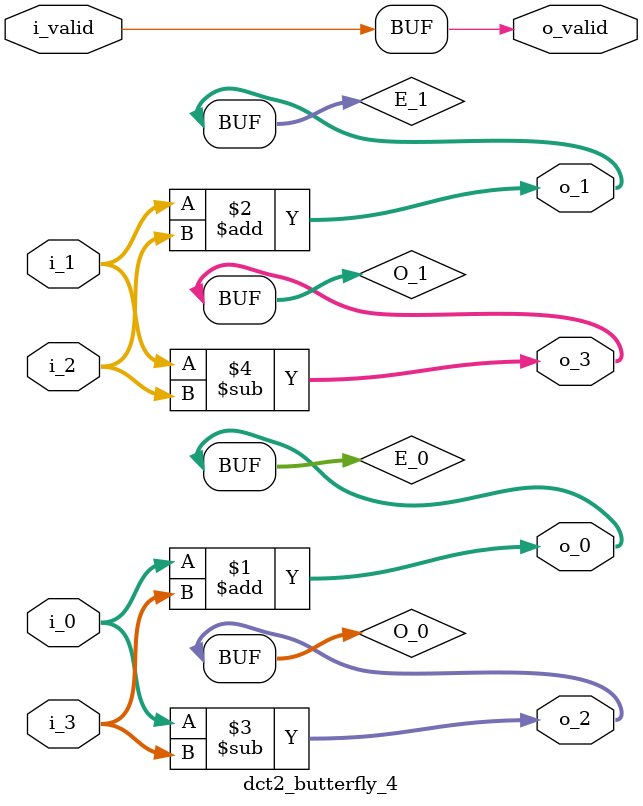
<source format=v>
module dct2_butterfly_4#(
    parameter IN_WIDTH = 20
)
(
//input data
    input                                   i_valid ,
    input       signed  [IN_WIDTH - 1 : 0]  i_0     ,
    input       signed  [IN_WIDTH - 1 : 0]  i_1     ,
    input       signed  [IN_WIDTH - 1 : 0]  i_2     ,
    input       signed  [IN_WIDTH - 1 : 0]  i_3     ,
//output data
    output                                  o_valid ,
    output      signed  [IN_WIDTH     : 0]  o_0     ,//E
    output      signed  [IN_WIDTH     : 0]  o_1     ,
    output      signed  [IN_WIDTH     : 0]  o_2     ,//O
    output      signed  [IN_WIDTH     : 0]  o_3     
);

//Éú³ÉµûÐÎÔËËãµ¥Ôª
//E/O
    wire signed [IN_WIDTH : 0] E_0 = i_0 + i_3;
    wire signed [IN_WIDTH : 0] E_1 = i_1 + i_2;
    wire signed [IN_WIDTH : 0] O_0 = i_0 - i_3;
    wire signed [IN_WIDTH : 0] O_1 = i_1 - i_2;

//output
    assign o_valid = i_valid;
    assign o_0 = E_0;
    assign o_1 = E_1;
    assign o_2 = O_0;
    assign o_3 = O_1;

endmodule

</source>
